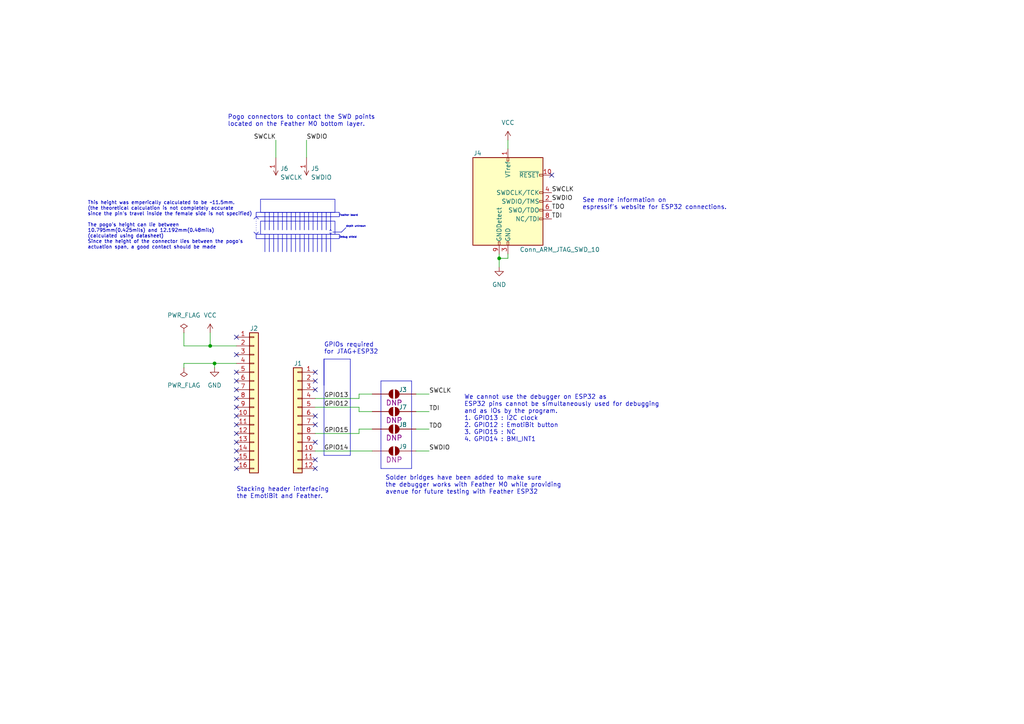
<source format=kicad_sch>
(kicad_sch (version 20230121) (generator eeschema)
  (paper "A4")
  (title_block (title "FeatherDebugShield") (date "2023-10-23") (rev "v01a") (company "Connected Future Labs") (comment 1 "Designed by NN"))
  (lib_symbols
    (symbol "CFL_EE_BioSensor:CONN_JUMPER_NO" (pin_numbers hide) (pin_names (offset 1.016) hide)
      (property "Reference" "J" (at 0 2.794 0))
      (property "Value" "CONN_JUMPER_NO" (at 1.778 -1.397 0))
      (property "Config" "DNP" (at 2.54 5.334 0))
      (symbol "CONN_JUMPER_NO_0_1"
        (arc (start -0.254 1.27) (mid -1.5185 0) (end -0.254 -1.27) (fill (type outline)))
        (arc (start 0.254 -1.27) (mid 1.5185 0) (end 0.254 1.27) (fill (type outline)))
      )
      (symbol "CONN_JUMPER_NO_1_1"
        (pin passive line (at -6.35 0 0) (length 5.08) (name "~") (number "1"))
        (pin passive line (at 6.35 0 180) (length 5.08) (name "~") (number "2"))
      )
    )
    (symbol "CFL_EE_BioSensor:CONN_PROBE_SPRING_01X01_TH" (pin_names (offset 1.016))
      (property "Reference" "J" (at 0 -2.54 0))
      (property "Value" "CONN_PROBE_SPRING_01X01_TH" (at 0 7.62 0))
      (symbol "CONN_PROBE_SPRING_01X01_TH_0_1"
        (polyline (pts (xy 0 0) (xy -0.635 1.27)))
        (polyline (pts (xy 0 0) (xy 0.635 1.27)))
      )
      (symbol "CONN_PROBE_SPRING_01X01_TH_1_1"
        (pin passive line (at 0 5.08 270) (length 5.08) (name "~") (number "1"))
      )
    )
    (symbol "Connector:Conn_ARM_JTAG_SWD_10" (pin_names (offset 1.016))
      (property "Reference" "J" (at -2.54 16.51 0))
      (property "Value" "Conn_ARM_JTAG_SWD_10" (at -2.54 13.97 0))
      (symbol "Conn_ARM_JTAG_SWD_10_0_1"
        (rectangle (start -10.16 12.7) (end 10.16 -12.7) (stroke (width 0.254)) (fill (type background)))
        (rectangle (start -2.794 -12.7) (end -2.286 -11.684))
        (rectangle (start -0.254 -12.7) (end 0.254 -11.684))
        (rectangle (start -0.254 12.7) (end 0.254 11.684))
        (rectangle (start 9.144 2.286) (end 10.16 2.794))
        (rectangle (start 10.16 -2.794) (end 9.144 -2.286))
        (rectangle (start 10.16 -0.254) (end 9.144 0.254))
        (rectangle (start 10.16 7.874) (end 9.144 7.366))
      )
      (symbol "Conn_ARM_JTAG_SWD_10_1_1"
        (rectangle (start 9.144 -5.334) (end 10.16 -4.826))
        (pin power_in line (at 0 15.24 270) (length 2.54) (name "VTref") (number "1"))
        (pin open_collector line (at 12.7 7.62 180) (length 2.54) (name "~{RESET}") (number "10"))
        (pin bidirectional line (at 12.7 0 180) (length 2.54) (name "SWDIO/TMS") (number "2"))
        (pin power_in line (at 0 -15.24 90) (length 2.54) (name "GND") (number "3"))
        (pin output line (at 12.7 2.54 180) (length 2.54) (name "SWDCLK/TCK") (number "4"))
        (pin passive line (at 0 -15.24 90) (length 2.54) hide (name "GND") (number "5"))
        (pin input line (at 12.7 -2.54 180) (length 2.54) (name "SWO/TDO") (number "6"))
        (pin no_connect line (at -10.16 0 0) (length 2.54) hide (name "KEY") (number "7"))
        (pin output line (at 12.7 -5.08 180) (length 2.54) (name "NC/TDI") (number "8"))
        (pin passive line (at -2.54 -15.24 90) (length 2.54) (name "GNDDetect") (number "9"))
      )
    )
    (symbol "Connector_Generic:Conn_01x12" (pin_names (offset 1.016) hide)
      (property "Reference" "J" (at 0 15.24 0))
      (property "Value" "Conn_01x12" (at 0 -17.78 0))
      (symbol "Conn_01x12_1_1"
        (rectangle (start -1.27 -15.113) (end 0 -15.367) (stroke (width 0.1524)))
        (rectangle (start -1.27 -12.573) (end 0 -12.827) (stroke (width 0.1524)))
        (rectangle (start -1.27 -10.033) (end 0 -10.287) (stroke (width 0.1524)))
        (rectangle (start -1.27 -7.493) (end 0 -7.747) (stroke (width 0.1524)))
        (rectangle (start -1.27 -4.953) (end 0 -5.207) (stroke (width 0.1524)))
        (rectangle (start -1.27 -2.413) (end 0 -2.667) (stroke (width 0.1524)))
        (rectangle (start -1.27 0.127) (end 0 -0.127) (stroke (width 0.1524)))
        (rectangle (start -1.27 2.667) (end 0 2.413) (stroke (width 0.1524)))
        (rectangle (start -1.27 5.207) (end 0 4.953) (stroke (width 0.1524)))
        (rectangle (start -1.27 7.747) (end 0 7.493) (stroke (width 0.1524)))
        (rectangle (start -1.27 10.287) (end 0 10.033) (stroke (width 0.1524)))
        (rectangle (start -1.27 12.827) (end 0 12.573) (stroke (width 0.1524)))
        (rectangle (start -1.27 13.97) (end 1.27 -16.51) (stroke (width 0.254)) (fill (type background)))
        (pin passive line (at -5.08 12.7 0) (length 3.81) (name "Pin_1") (number "1"))
        (pin passive line (at -5.08 -10.16 0) (length 3.81) (name "Pin_10") (number "10"))
        (pin passive line (at -5.08 -12.7 0) (length 3.81) (name "Pin_11") (number "11"))
        (pin passive line (at -5.08 -15.24 0) (length 3.81) (name "Pin_12") (number "12"))
        (pin passive line (at -5.08 10.16 0) (length 3.81) (name "Pin_2") (number "2"))
        (pin passive line (at -5.08 7.62 0) (length 3.81) (name "Pin_3") (number "3"))
        (pin passive line (at -5.08 5.08 0) (length 3.81) (name "Pin_4") (number "4"))
        (pin passive line (at -5.08 2.54 0) (length 3.81) (name "Pin_5") (number "5"))
        (pin passive line (at -5.08 0 0) (length 3.81) (name "Pin_6") (number "6"))
        (pin passive line (at -5.08 -2.54 0) (length 3.81) (name "Pin_7") (number "7"))
        (pin passive line (at -5.08 -5.08 0) (length 3.81) (name "Pin_8") (number "8"))
        (pin passive line (at -5.08 -7.62 0) (length 3.81) (name "Pin_9") (number "9"))
      )
    )
    (symbol "Connector_Generic:Conn_01x16" (pin_names (offset 1.016) hide)
      (property "Reference" "J" (at 0 20.32 0))
      (property "Value" "Conn_01x16" (at 0 -22.86 0))
      (symbol "Conn_01x16_1_1"
        (rectangle (start -1.27 -20.193) (end 0 -20.447) (stroke (width 0.1524)))
        (rectangle (start -1.27 -17.653) (end 0 -17.907) (stroke (width 0.1524)))
        (rectangle (start -1.27 -15.113) (end 0 -15.367) (stroke (width 0.1524)))
        (rectangle (start -1.27 -12.573) (end 0 -12.827) (stroke (width 0.1524)))
        (rectangle (start -1.27 -10.033) (end 0 -10.287) (stroke (width 0.1524)))
        (rectangle (start -1.27 -7.493) (end 0 -7.747) (stroke (width 0.1524)))
        (rectangle (start -1.27 -4.953) (end 0 -5.207) (stroke (width 0.1524)))
        (rectangle (start -1.27 -2.413) (end 0 -2.667) (stroke (width 0.1524)))
        (rectangle (start -1.27 0.127) (end 0 -0.127) (stroke (width 0.1524)))
        (rectangle (start -1.27 2.667) (end 0 2.413) (stroke (width 0.1524)))
        (rectangle (start -1.27 5.207) (end 0 4.953) (stroke (width 0.1524)))
        (rectangle (start -1.27 7.747) (end 0 7.493) (stroke (width 0.1524)))
        (rectangle (start -1.27 10.287) (end 0 10.033) (stroke (width 0.1524)))
        (rectangle (start -1.27 12.827) (end 0 12.573) (stroke (width 0.1524)))
        (rectangle (start -1.27 15.367) (end 0 15.113) (stroke (width 0.1524)))
        (rectangle (start -1.27 17.907) (end 0 17.653) (stroke (width 0.1524)))
        (rectangle (start -1.27 19.05) (end 1.27 -21.59) (stroke (width 0.254)) (fill (type background)))
        (pin passive line (at -5.08 17.78 0) (length 3.81) (name "Pin_1") (number "1"))
        (pin passive line (at -5.08 -5.08 0) (length 3.81) (name "Pin_10") (number "10"))
        (pin passive line (at -5.08 -7.62 0) (length 3.81) (name "Pin_11") (number "11"))
        (pin passive line (at -5.08 -10.16 0) (length 3.81) (name "Pin_12") (number "12"))
        (pin passive line (at -5.08 -12.7 0) (length 3.81) (name "Pin_13") (number "13"))
        (pin passive line (at -5.08 -15.24 0) (length 3.81) (name "Pin_14") (number "14"))
        (pin passive line (at -5.08 -17.78 0) (length 3.81) (name "Pin_15") (number "15"))
        (pin passive line (at -5.08 -20.32 0) (length 3.81) (name "Pin_16") (number "16"))
        (pin passive line (at -5.08 15.24 0) (length 3.81) (name "Pin_2") (number "2"))
        (pin passive line (at -5.08 12.7 0) (length 3.81) (name "Pin_3") (number "3"))
        (pin passive line (at -5.08 10.16 0) (length 3.81) (name "Pin_4") (number "4"))
        (pin passive line (at -5.08 7.62 0) (length 3.81) (name "Pin_5") (number "5"))
        (pin passive line (at -5.08 5.08 0) (length 3.81) (name "Pin_6") (number "6"))
        (pin passive line (at -5.08 2.54 0) (length 3.81) (name "Pin_7") (number "7"))
        (pin passive line (at -5.08 0 0) (length 3.81) (name "Pin_8") (number "8"))
        (pin passive line (at -5.08 -2.54 0) (length 3.81) (name "Pin_9") (number "9"))
      )
    )
    (symbol "power:GND" (power) (pin_names (offset 0))
      (property "Value" "GND" (at 0 -3.81 0))
      (symbol "GND_0_1"
        (polyline (pts (xy 0 0) (xy 0 -1.27) (xy 1.27 -1.27) (xy 0 -2.54) (xy -1.27 -1.27) (xy 0 -1.27)))
      )
      (symbol "GND_1_1"
        (pin power_in line (at 0 0 270) (length 0) hide (name "GND") (number "1"))
      )
    )
    (symbol "power:PWR_FLAG" (power) (pin_numbers hide) (pin_names (offset 0) hide)
      (property "Value" "PWR_FLAG" (at 0 3.81 0))
      (symbol "PWR_FLAG_0_0"
        (pin power_out line (at 0 0 90) (length 0) (name "pwr") (number "1"))
      )
      (symbol "PWR_FLAG_0_1"
        (polyline (pts (xy 0 0) (xy 0 1.27) (xy -1.016 1.905) (xy 0 2.54) (xy 1.016 1.905) (xy 0 1.27)))
      )
    )
    (symbol "power:VCC" (power) (pin_names (offset 0))
      (property "Value" "VCC" (at 0 3.81 0))
      (symbol "VCC_0_1"
        (polyline (pts (xy -0.762 1.27) (xy 0 2.54)))
        (polyline (pts (xy 0 0) (xy 0 2.54)))
        (polyline (pts (xy 0 2.54) (xy 0.762 1.27)))
      )
      (symbol "VCC_1_1"
        (pin power_in line (at 0 0 90) (length 0) hide (name "VCC") (number "1"))
      )
    )
  )
  (junction (at 62.23 105.41))
  (junction (at 144.78 74.93))
  (junction (at 60.96 100.33))
  (no_connect (at 91.44 107.95))
  (no_connect (at 91.44 113.03))
  (no_connect (at 68.58 102.87))
  (no_connect (at 68.58 135.89))
  (no_connect (at 160.02 50.8))
  (no_connect (at 68.58 97.79))
  (no_connect (at 68.58 125.73))
  (no_connect (at 68.58 107.95))
  (no_connect (at 68.58 110.49))
  (no_connect (at 91.44 135.89))
  (no_connect (at 68.58 120.65))
  (no_connect (at 68.58 130.81))
  (no_connect (at 91.44 128.27))
  (no_connect (at 68.58 123.19))
  (no_connect (at 68.58 113.03))
  (no_connect (at 68.58 115.57))
  (no_connect (at 91.44 110.49))
  (no_connect (at 68.58 133.35))
  (no_connect (at 91.44 133.35))
  (no_connect (at 68.58 118.11))
  (no_connect (at 91.44 123.19))
  (no_connect (at 91.44 120.65))
  (no_connect (at 68.58 128.27))
  (wire (pts (xy 104.14 118.11) (xy 104.14 119.38)))
  (wire (pts (xy 53.34 106.68) (xy 53.34 105.41)))
  (wire (pts (xy 62.23 105.41) (xy 62.23 106.68)))
  (polyline (pts (xy 119.38 135.89) (xy 110.49 135.89)))
  (wire (pts (xy 62.23 105.41) (xy 68.58 105.41)))
  (wire (pts (xy 104.14 125.73) (xy 104.14 124.46)))
  (polyline (pts (xy 110.49 110.49) (xy 110.49 135.89)))
  (polyline (pts (xy 95.631 66.929) (xy 95.885 66.675)))
  (wire (pts (xy 91.44 130.81) (xy 107.95 130.81)))
  (polyline (pts (xy 110.49 110.49) (xy 119.38 110.49)))
  (polyline (pts (xy 74.295 67.945) (xy 74.93 67.31)))
  (wire (pts (xy 120.65 130.81) (xy 124.46 130.81)))
  (polyline (pts (xy 99.06 67.31) (xy 100.33 66.04)))
  (wire (pts (xy 53.34 96.52) (xy 53.34 100.33)))
  (wire (pts (xy 53.34 105.41) (xy 62.23 105.41)))
  (wire (pts (xy 104.14 124.46) (xy 107.95 124.46)))
  (polyline (pts (xy 93.98 104.14) (xy 101.6 104.14)))
  (polyline (pts (xy 93.98 104.14) (xy 93.98 111.76)))
  (wire (pts (xy 104.14 119.38) (xy 107.95 119.38)))
  (polyline (pts (xy 93.98 132.08) (xy 93.98 104.14)))
  (polyline (pts (xy 95.885 66.675) (xy 96.139 66.929)))
  (polyline (pts (xy 95.885 67.818) (xy 96.139 67.564)))
  (wire (pts (xy 91.44 125.73) (xy 104.14 125.73)))
  (polyline (pts (xy 95.885 66.675) (xy 95.885 67.945)) (stroke (width 0) (type dot)))
  (polyline (pts (xy 74.295 62.865) (xy 74.93 63.5)))
  (wire (pts (xy 144.78 73.66) (xy 144.78 74.93)))
  (wire (pts (xy 104.14 114.3) (xy 107.95 114.3)))
  (wire (pts (xy 80.01 40.64) (xy 80.01 45.72)))
  (wire (pts (xy 104.14 115.57) (xy 104.14 114.3)))
  (wire (pts (xy 144.78 74.93) (xy 144.78 77.47)))
  (wire (pts (xy 91.44 115.57) (xy 104.14 115.57)))
  (polyline (pts (xy 95.631 67.564) (xy 95.885 67.818)))
  (wire (pts (xy 120.65 114.3) (xy 124.46 114.3)))
  (wire (pts (xy 120.65 124.46) (xy 124.46 124.46)))
  (polyline (pts (xy 101.6 104.14) (xy 101.6 132.08)))
  (wire (pts (xy 53.34 100.33) (xy 60.96 100.33)))
  (wire (pts (xy 147.32 73.66) (xy 147.32 74.93)))
  (polyline (pts (xy 74.295 62.865) (xy 74.295 67.945)) (stroke (width 0) (type dot)))
  (wire (pts (xy 144.78 74.93) (xy 147.32 74.93)))
  (wire (pts (xy 147.32 40.64) (xy 147.32 43.18)))
  (wire (pts (xy 120.65 119.38) (xy 124.46 119.38)))
  (wire (pts (xy 60.96 100.33) (xy 68.58 100.33)))
  (polyline (pts (xy 96.52 67.31) (xy 99.06 67.31)))
  (polyline (pts (xy 119.38 110.49) (xy 119.38 135.89)))
  (wire (pts (xy 60.96 96.52) (xy 60.96 100.33)))
  (polyline (pts (xy 73.66 67.31) (xy 74.295 67.945)))
  (wire (pts (xy 88.9 40.64) (xy 88.9 45.72)))
  (polyline (pts (xy 73.66 63.5) (xy 74.295 62.865)))
  (wire (pts (xy 91.44 118.11) (xy 104.14 118.11)))
  (polyline (pts (xy 101.6 132.08) (xy 93.98 132.08)))
  (rectangle (start 81.915 61.595) (end 81.915 66.675))
  (rectangle (start 83.185 67.945) (end 83.185 73.025))
  (rectangle (start 76.835 67.945) (end 76.835 73.025))
  (rectangle (start 89.535 67.945) (end 89.535 73.025))
  (rectangle (start 86.995 67.945) (end 86.995 73.025))
  (rectangle (start 92.075 61.595) (end 92.075 66.675))
  (rectangle (start 81.915 67.945) (end 81.915 73.025))
  (rectangle (start 84.455 67.945) (end 84.455 73.025))
  (rectangle (start 89.535 61.595) (end 89.535 66.675))
  (rectangle (start 90.805 67.945) (end 90.805 73.025))
  (rectangle (start 84.455 61.595) (end 84.455 66.675))
  (rectangle (start 95.885 67.945) (end 95.885 73.025))
  (rectangle (start 90.805 61.595) (end 90.805 66.675))
  (rectangle (start 78.105 67.945) (end 78.105 73.025))
  (rectangle (start 74.295 61.595) (end 98.425 62.865))
  (rectangle (start 85.725 61.595) (end 85.725 66.675))
  (rectangle (start 75.565 64.135) (end 97.155 67.945))
  (rectangle (start 92.075 67.945) (end 92.075 73.025))
  (rectangle (start 93.345 61.595) (end 93.345 66.675))
  (rectangle (start 76.835 61.595) (end 76.835 66.675))
  (rectangle (start 85.725 67.945) (end 85.725 73.025))
  (rectangle (start 83.185 61.595) (end 83.185 66.675))
  (rectangle (start 93.345 67.945) (end 93.345 73.025))
  (rectangle (start 79.375 67.945) (end 79.375 73.025))
  (rectangle (start 88.265 61.595) (end 88.265 66.675))
  (rectangle (start 78.105 61.595) (end 78.105 66.675))
  (rectangle (start 75.565 57.785) (end 97.155 61.595))
  (rectangle (start 79.375 61.595) (end 79.375 66.675))
  (rectangle (start 94.615 67.945) (end 94.615 73.025))
  (rectangle (start 74.295 67.945) (end 98.425 69.215))
  (rectangle (start 86.995 61.595) (end 86.995 66.675))
  (rectangle (start 95.885 61.595) (end 95.885 66.675))
  (rectangle (start 80.645 61.595) (end 80.645 66.675))
  (rectangle (start 80.645 67.945) (end 80.645 73.025))
  (rectangle (start 88.265 67.945) (end 88.265 73.025))
  (rectangle (start 94.615 61.595) (end 94.615 66.675))
  (text "Stacking header interfacing \nthe EmotiBit and Feather." (at 68.58 144.78 0) (effects (font (size 1.27 1.27)) (justify left bottom)))
  (text "Debug shield" (at 98.425 69.215 0) (effects (font (size 0.5 0.5)) (justify left bottom)))
  (text "See more information on \nespressif's website for ESP32 connections." (at 168.91 60.96 0) (effects (font (size 1.27 1.27)) (justify left bottom)))
  (text "Pogo connectors to contact the SWD points\nlocated on the Feather M0 bottom layer." (at 66.04 36.83 0) (effects (font (size 1.27 1.27)) (justify left bottom)))
  (text "We cannot use the debugger on ESP32 as\nESP32 pins cannot be simultaneously used for debugging\nand as IOs by the program.\n1. GPIO13 : I2C clock\n2. GPIO12 : EmotiBit button\n3. GPIO15 : NC\n4. GPIO14 : BMI_INT1" (at 134.62 128.27 0) (effects (font (size 1.27 1.27)) (justify left bottom)))
  (text "Feather board" (at 98.425 62.865 0) (effects (font (size 0.5 0.5)) (justify left bottom)))
  (text "GPIOs required \nfor JTAG+ESP32" (at 93.98 102.87 0) (effects (font (size 1.27 1.27)) (justify left bottom)))
  (text "This height was emperically calculated to be ~11.5mm.\n(the theoretical calculation is not completely accurate\nsince the pin's travel inside the female side is not specified)\n\nThe pogo's height can lie between \n10.795mm(0.425mils) and 12.192mm(0.48mils)\n(calculated using datasheet)\nSince the height of the connector lies between the pogo's\nactuation span, a good contact should be made" (at 25.4 72.39 0) (effects (font (size 1 1)) (justify left bottom)))
  (text "Solder bridges have been added to make sure\nthe debugger works with Feather M0 while providing\navenue for future testing with Feather ESP32" (at 111.76 143.51 0) (effects (font (size 1.27 1.27)) (justify left bottom)))
  (text "depth unknown" (at 100.33 66.04 0) (effects (font (size 0.5 0.5)) (justify left bottom)))
  (label "GPIO14" (at 93.98 130.81 0))
  (label "SWCLK" (at 160.02 55.88 0))
  (label "SWCLK" (at 124.46 114.3 0))
  (label "GPIO12" (at 93.98 118.11 0))
  (label "TDI" (at 124.46 119.38 0))
  (label "SWDIO" (at 160.02 58.42 0))
  (label "TDO" (at 160.02 60.96 0))
  (label "TDO" (at 124.46 124.46 0))
  (label "TDI" (at 160.02 63.5 0))
  (label "GPIO15" (at 93.98 125.73 0))
  (label "SWDIO" (at 124.46 130.81 0))
  (label "GPIO13" (at 93.98 115.57 0))
  (label "SWDIO" (at 88.9 40.64 0))
  (label "SWCLK" (at 80.01 40.64 180))
  (symbol (lib_id "power:PWR_FLAG") (at 53.34 106.68 180) (unit 1)
    (property "Reference" "#FLG02" (effects hide))
    (property "Value" "PWR_FLAG" (at 53.34 111.76 0))
  )
  (symbol (lib_id "CFL_EE_BioSensor:CONN_JUMPER_NO") (at 114.3 119.38 0) (unit 1)
    (property "Reference" "J7" (at 116.84 118.11 0))
    (property "Value" "CONN_JUMPER_NO" (effects hide))
    (property "Footprint" "CFL_EE_BioSensor_Lib_FP:CONN_SLDR_BRDG_NO" (effects hide))
    (property "Config" "DNP" (at 114.3 121.92 0) (effects (font (size 1.524 1.524))))
  )
  (symbol (lib_id "Connector_Generic:Conn_01x16") (at 73.66 115.57 0) (unit 1)
    (property "Reference" "J2" (at 73.66 95.25 0))
    (property "Value" "Conn_01x16" (effects hide))
    (property "Footprint" "Connector_PinSocket_2.54mm:PinSocket_1x16_P2.54mm_Vertical" (effects hide))
    (property "Datasheet" "https://suddendocs.samtec.com/catalog_english/ssq_th.pdf" (effects hide))
    (property "Land Pattern" "https://suddendocs.samtec.com/prints/ssq-1xx-xx-xx-x-xx-xxx-xx-xx.pdf" (effects hide))
    (property "Manufacturer" "Samtec Inc." (effects hide))
    (property "MPN" "SSQ-116-03-G-S" (effects hide))
    (property "Supplier 1" "Digikey" (effects hide))
    (property "Supplier 1 Part Number" "SAM1198-16-ND" (effects hide))
    (property "Supplier 1 Link" "https://www.digikey.com/en/products/detail/samtec-inc/SSQ-116-03-G-S/1111545" (effects hide))
    (property "Mounting Type" "Through Hole" (effects hide))
    (property "Max height" "8.61mm" (effects hide))
  )
  (symbol (lib_id "CFL_EE_BioSensor:CONN_JUMPER_NO") (at 114.3 114.3 0) (unit 1)
    (property "Reference" "J3" (at 116.84 113.03 0))
    (property "Value" "CONN_JUMPER_NO" (effects hide))
    (property "Footprint" "CFL_EE_BioSensor_Lib_FP:CONN_SLDR_BRDG_NO" (effects hide))
    (property "Config" "DNP" (at 114.3 116.84 0) (effects (font (size 1.524 1.524))))
  )
  (symbol (lib_id "CFL_EE_BioSensor:CONN_PROBE_SPRING_01X01_TH") (at 88.9 50.8 0) (unit 1)
    (property "Reference" "J5" (at 90.17 48.895 0) (effects (justify left)))
    (property "Value" "SWDIO" (at 90.17 51.435 0) (effects (justify left)))
    (property "Footprint" "CFL_EE_BioSensor_Lib_FP:CONN_PROBE_SPRING_01X01_C150H75" (effects hide))
    (property "Datasheet" "https://www.mill-max.com/catalog/download/2020-03%3A025M.pdf" (effects hide))
    (property "Land Pattern" "DNF" (effects hide))
    (property "Manufacturer" "Mill-Max Manufacturing Corp." (effects hide))
    (property "MPN" "0929-7-15-20-75-14-11-0" (effects hide))
    (property "Supplier 1" "DigiKey" (effects hide))
    (property "Supplier 1 Part Number" "ED1420-ND" (effects hide))
    (property "Supplier 1 Link" "https://www.digikey.com/en/products/detail/mill-max-manufacturing-corp/0929-7-15-20-75-14-11-0/5722643?s=N4IgjCBcoEwMwE4DsVQGMoDMCGAbAzgKYA0IA9lANojwBsSADCALqkAOALlCAMocBOASwB2AcxABfCaRhUQbMqLIACNGWHDCaDmX4sJQA" (effects hide))
    (property "Mounting Type" "Sureface Mount" (effects hide))
    (property "Max height" "12.2mm" (effects hide))
  )
  (symbol (lib_id "CFL_EE_BioSensor:CONN_JUMPER_NO") (at 114.3 124.46 0) (unit 1)
    (property "Reference" "J8" (at 116.84 123.19 0))
    (property "Value" "CONN_JUMPER_NO" (effects hide))
    (property "Footprint" "CFL_EE_BioSensor_Lib_FP:CONN_SLDR_BRDG_NO" (effects hide))
    (property "Config" "DNP" (at 114.3 127 0) (effects (font (size 1.524 1.524))))
  )
  (symbol (lib_id "CFL_EE_BioSensor:CONN_JUMPER_NO") (at 114.3 130.81 0) (unit 1)
    (property "Reference" "J9" (at 116.84 129.54 0))
    (property "Value" "CONN_JUMPER_NO" (effects hide))
    (property "Footprint" "CFL_EE_BioSensor_Lib_FP:CONN_SLDR_BRDG_NO" (effects hide))
    (property "Config" "DNP" (at 114.3 133.35 0) (effects (font (size 1.524 1.524))))
  )
  (symbol (lib_id "power:GND") (at 144.78 77.47 0) (unit 1)
    (property "Reference" "#PWR05" (effects hide))
    (property "Value" "GND" (at 144.78 82.55 0))
  )
  (symbol (lib_id "Connector:Conn_ARM_JTAG_SWD_10") (at 147.32 58.42 0) (unit 1)
    (property "Reference" "J4" (at 139.7 44.45 0) (effects (justify right)))
    (property "Value" "Conn_ARM_JTAG_SWD_10" (at 173.99 72.39 0) (effects (justify right)))
    (property "Footprint" "CFL_EE_KiCad_Lib:SAMTEC_FTSH-105-01-F-DV-K-TR" (effects hide))
    (property "Datasheet" "http://infocenter.arm.com/help/topic/com.arm.doc.ddi0314h/DDI0314H_coresight_components_trm.pdf" (effects hide))
    (property "Land Pattern" "https://suddendocs.samtec.com/prints/ftsh-1xx-xx-xxx-dv-xxx-footprint.pdf" (effects hide))
    (property "Manufacturer" "Samtec Inc." (effects hide))
    (property "MPN" "FTSH-105-01-F-DV-K-P" (effects hide))
    (property "Supplier 1" "Digikey" (effects hide))
    (property "Supplier 1 Part Number" "SAM8797-ND" (effects hide))
    (property "Supplier 1 Link" "https://www.digikey.com/en/products/detail/samtec-inc./FTSH-105-01-F-DV-K-P/2649976?utm_adgroup=General&utm_source=google&utm_medium=cpc&utm_campaign=PMax%20Shopping_Product_Zombie%20SKUs&utm_term=&utm_content=General&utm_id=go_cmp-17815035045_adg-_ad-__dev-c_ext-_prd-2649976_sig-CjwKCAjwysipBhBXEiwApJOcu8G7L4Z2kFjMVSmNg2eI4Cvpua6el2yGVRjqd9xdNTzJekbJ-fXYuxoCbyEQAvD_BwE&gclid=CjwKCAjwysipBhBXEiwApJOcu8G7L4Z2kFjMVSmNg2eI4Cvpua6el2yGVRjqd9xdNTzJekbJ-fXYuxoCbyEQAvD_BwE" (effects hide))
    (property "Mounting Type" "SMD" (effects hide))
  )
  (symbol (lib_id "power:PWR_FLAG") (at 53.34 96.52 0) (unit 1)
    (property "Reference" "#FLG01" (effects hide))
    (property "Value" "PWR_FLAG" (at 53.34 91.44 0))
  )
  (symbol (lib_id "power:VCC") (at 60.96 96.52 0) (unit 1)
    (property "Reference" "#PWR02" (effects hide))
    (property "Value" "VCC" (at 60.96 91.44 0))
  )
  (symbol (lib_id "power:GND") (at 62.23 106.68 0) (unit 1)
    (property "Reference" "#PWR01" (effects hide))
    (property "Value" "GND" (at 62.23 111.76 0))
  )
  (symbol (lib_id "Connector_Generic:Conn_01x12") (at 86.36 120.65 0) (mirror y) (unit 1)
    (property "Reference" "J1" (at 87.63 105.41 0) (effects (justify left)))
    (property "Value" "Conn_01x12" (effects hide))
    (property "Footprint" "Connector_PinSocket_2.54mm:PinSocket_1x12_P2.54mm_Vertical" (effects hide))
    (property "Datasheet" "https://suddendocs.samtec.com/catalog_english/ssq_th.pdf" (effects hide))
    (property "Land Pattern" "https://suddendocs.samtec.com/prints/ssq-1xx-xx-xx-x-xx-xxx-xx-xx.pdf" (effects hide))
    (property "Manufacturer" "Samtec Inc." (effects hide))
    (property "MPN" "SSQ-112-03-G-S" (effects hide))
    (property "Supplier 1" "Digikey" (effects hide))
    (property "Supplier 1 Part Number" "SAM1198-12-ND" (effects hide))
    (property "Supplier 1 Link" "https://www.digikey.com/en/products/detail/samtec-inc/SSQ-112-03-G-S/1111549" (effects hide))
    (property "Mounting Type" "Through hole" (effects hide))
    (property "Max height" "8.61mm" (effects hide))
  )
  (symbol (lib_id "CFL_EE_BioSensor:CONN_PROBE_SPRING_01X01_TH") (at 80.01 50.8 0) (unit 1)
    (property "Reference" "J6" (at 81.28 48.895 0) (effects (justify left)))
    (property "Value" "SWCLK" (at 81.28 51.435 0) (effects (justify left)))
    (property "Footprint" "CFL_EE_BioSensor_Lib_FP:CONN_PROBE_SPRING_01X01_C150H75" (effects hide))
    (property "Datasheet" "https://www.mill-max.com/catalog/download/2020-03%3A025M.pdf" (effects hide))
    (property "Land Pattern" "DNF" (effects hide))
    (property "Manufacturer" "Mill-Max Manufacturing Corp." (effects hide))
    (property "MPN" "0929-7-15-20-75-14-11-0" (effects hide))
    (property "Supplier 1" "DigiKey" (effects hide))
    (property "Supplier 1 Part Number" "ED1420-ND" (effects hide))
    (property "Supplier 1 Link" "https://www.digikey.com/en/products/detail/mill-max-manufacturing-corp/0929-7-15-20-75-14-11-0/5722643?s=N4IgjCBcoEwMwE4DsVQGMoDMCGAbAzgKYA0IA9lANojwBsSADCALqkAOALlCAMocBOASwB2AcxABfCaRhUQbMqLIACNGWHDCaDmX4sJQA" (effects hide))
    (property "Mounting Type" "Sureface Mount" (effects hide))
    (property "Max height" "12.2mm" (effects hide))
  )
  (symbol (lib_id "power:VCC") (at 147.32 40.64 0) (unit 1)
    (property "Reference" "#PWR03" (effects hide))
    (property "Value" "VCC" (at 147.32 35.56 0))
  )
)
</source>
